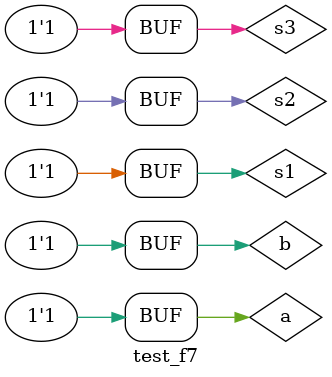
<source format=v>
module mux (output r,
input a,
input b,
input select1, select2, select3);
// definir dados locais
wire ra;
wire rb;
wire rc;
wire rd;
wire re;
wire rf;
wire rg;
wire rh;

// descrever por portas
not(ra, a);
not(rb, b);
or(rc, a, b);
nor(rd, a, b);
and(re, a, b);
nand(rf, a, b);
xor(rg, a, b);
xnor(rh, a, b);

assign r = (select1)? ((select2)? ((select3)? rh : rg) : ((select3)?  rf : re)) : ((select2)? ((select3)? rd : rc) : ((select3)?  rb : ra));
endmodule // mux

module test_f7;
// ------------------------- definir dados
reg a;
reg b;
reg s1;
reg s2;
reg s3;
wire r;
mux MUX1( r, a, b, s1, s2, s3);
// ------------------------- parte principal
initial
begin : main
$display("Exemplo_0705 - Anna Puga - 694370");
$display(" a  b   s  resp");

#1$monitor("%2b %2b  %b%b%b %3b", a, b, s1, s2, s3, r);

 
    a = 1'b0; b = 1'b0; s1 = 1'b0; s2 = 1'b0; s3 = 1'b0;
#1                                            s3 = 1'b1;         
#1                                 s2 = 1'b1; s3 = 1'b0;
#1                                            s3 = 1'b1;  
#1                      s1 = 1'b1; s2 = 1'b0; s3 = 1'b0;
#1                                            s3 = 1'b1;           
#1                                 s2 = 1'b1; s3 = 1'b0;
#1                                            s3 = 1'b1;

#1  a = 1'b0; b = 1'b1; s1 = 1'b0; s2 = 1'b0; s3 = 1'b0;
#1                                            s3 = 1'b1;         
#1                                 s2 = 1'b1; s3 = 1'b0;
#1                                            s3 = 1'b1;  
#1                      s1 = 1'b1; s2 = 1'b0; s3 = 1'b0;
#1                                            s3 = 1'b1;           
#1                                 s2 = 1'b1; s3 = 1'b0;
#1                                            s3 = 1'b1;

#1  a = 1'b1; b = 1'b0; s1 = 1'b0; s2 = 1'b0; s3 = 1'b0;
#1                                            s3 = 1'b1;         
#1                                 s2 = 1'b1; s3 = 1'b0;
#1                                            s3 = 1'b1;  
#1                      s1 = 1'b1; s2 = 1'b0; s3 = 1'b0;
#1                                            s3 = 1'b1;           
#1                                 s2 = 1'b1; s3 = 1'b0;
#1                                            s3 = 1'b1;

#1  a = 1'b1; b = 1'b1; s1 = 1'b0; s2 = 1'b0; s3 = 1'b0;
#1                                            s3 = 1'b1;         
#1                                 s2 = 1'b1; s3 = 1'b0;
#1                                            s3 = 1'b1;  
#1                      s1 = 1'b1; s2 = 1'b0; s3 = 1'b0;
#1                                            s3 = 1'b1;           
#1                                 s2 = 1'b1; s3 = 1'b0;
#1                                            s3 = 1'b1; 
// projetar testes do modulo
end
endmodule // test_f7
</source>
